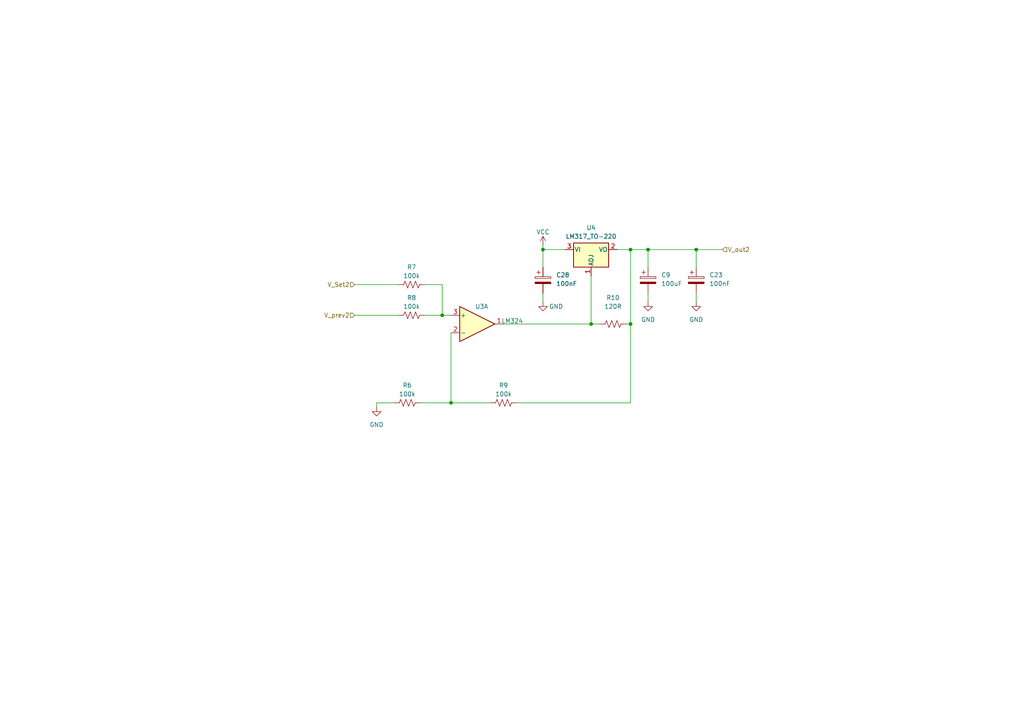
<source format=kicad_sch>
(kicad_sch (version 20231120) (generator "eeschema") (generator_version "8.0")
  (paper "A4")
  (title_block (company "Purdue ECET"))
  (lib_symbols
    (symbol "Amplifier_Operational:LM324" (pin_names (offset 0.127))
      (property "Reference" "U" (at 0 5.08 0))
      (property "Value" "LM324" (at 0 -5.08 0))
      (symbol "LM324_1_1"
        (polyline (pts (xy -5.08 5.08) (xy 5.08 0) (xy -5.08 -5.08) (xy -5.08 5.08)) (stroke (width 0.254)) (fill (type background)))
        (pin output line (at 7.62 0 180) (length 2.54) (name "~") (number "1"))
        (pin input line (at -7.62 -2.54 0) (length 2.54) (name "-") (number "2"))
        (pin input line (at -7.62 2.54 0) (length 2.54) (name "+") (number "3"))
      )
      (symbol "LM324_2_1"
        (polyline (pts (xy -5.08 5.08) (xy 5.08 0) (xy -5.08 -5.08) (xy -5.08 5.08)) (stroke (width 0.254)) (fill (type background)))
        (pin input line (at -7.62 2.54 0) (length 2.54) (name "+") (number "5"))
        (pin input line (at -7.62 -2.54 0) (length 2.54) (name "-") (number "6"))
        (pin output line (at 7.62 0 180) (length 2.54) (name "~") (number "7"))
      )
      (symbol "LM324_3_1"
        (polyline (pts (xy -5.08 5.08) (xy 5.08 0) (xy -5.08 -5.08) (xy -5.08 5.08)) (stroke (width 0.254)) (fill (type background)))
        (pin input line (at -7.62 2.54 0) (length 2.54) (name "+") (number "10"))
        (pin output line (at 7.62 0 180) (length 2.54) (name "~") (number "8"))
        (pin input line (at -7.62 -2.54 0) (length 2.54) (name "-") (number "9"))
      )
      (symbol "LM324_4_1"
        (polyline (pts (xy -5.08 5.08) (xy 5.08 0) (xy -5.08 -5.08) (xy -5.08 5.08)) (stroke (width 0.254)) (fill (type background)))
        (pin input line (at -7.62 2.54 0) (length 2.54) (name "+") (number "12"))
        (pin input line (at -7.62 -2.54 0) (length 2.54) (name "-") (number "13"))
        (pin output line (at 7.62 0 180) (length 2.54) (name "~") (number "14"))
      )
      (symbol "LM324_5_1"
        (pin power_in line (at -2.54 -7.62 90) (length 3.81) (name "V-") (number "11"))
        (pin power_in line (at -2.54 7.62 270) (length 3.81) (name "V+") (number "4"))
      )
    )
    (symbol "Device:C_Polarized" (pin_numbers hide) (pin_names (offset 0.254))
      (property "Reference" "C" (at 0.635 2.54 0))
      (property "Value" "C_Polarized" (at 0.635 -2.54 0))
      (symbol "C_Polarized_0_1"
        (rectangle (start -2.286 0.508) (end 2.286 1.016))
        (polyline (pts (xy -1.778 2.286) (xy -0.762 2.286)))
        (polyline (pts (xy -1.27 2.794) (xy -1.27 1.778)))
        (rectangle (start 2.286 -0.508) (end -2.286 -1.016) (fill (type outline)))
      )
      (symbol "C_Polarized_1_1"
        (pin passive line (at 0 3.81 270) (length 2.794) (name "~") (number "1"))
        (pin passive line (at 0 -3.81 90) (length 2.794) (name "~") (number "2"))
      )
    )
    (symbol "Device:R_US" (pin_numbers hide) (pin_names (offset 0))
      (property "Reference" "R" (at 2.54 0 90))
      (property "Value" "R_US" (at -2.54 0 90))
      (symbol "R_US_0_1"
        (polyline (pts (xy 0 -2.286) (xy 0 -2.54)))
        (polyline (pts (xy 0 2.286) (xy 0 2.54)))
        (polyline (pts (xy 0 -0.762) (xy 1.016 -1.143) (xy 0 -1.524) (xy -1.016 -1.905) (xy 0 -2.286)))
        (polyline (pts (xy 0 0.762) (xy 1.016 0.381) (xy 0 0) (xy -1.016 -0.381) (xy 0 -0.762)))
        (polyline (pts (xy 0 2.286) (xy 1.016 1.905) (xy 0 1.524) (xy -1.016 1.143) (xy 0 0.762)))
      )
      (symbol "R_US_1_1"
        (pin passive line (at 0 3.81 270) (length 1.27) (name "~") (number "1"))
        (pin passive line (at 0 -3.81 90) (length 1.27) (name "~") (number "2"))
      )
    )
    (symbol "Regulator_Linear:LM317_TO-220" (pin_names (offset 0.254))
      (property "Reference" "U" (at -3.81 3.175 0))
      (property "Value" "LM317_TO-220" (at 0 3.175 0))
      (symbol "LM317_TO-220_0_1"
        (rectangle (start -5.08 1.905) (end 5.08 -5.08) (stroke (width 0.254)) (fill (type background)))
      )
      (symbol "LM317_TO-220_1_1"
        (pin input line (at 0 -7.62 90) (length 2.54) (name "ADJ") (number "1"))
        (pin power_out line (at 7.62 0 180) (length 2.54) (name "VO") (number "2"))
        (pin power_in line (at -7.62 0 0) (length 2.54) (name "VI") (number "3"))
      )
    )
    (symbol "power:GND" (power) (pin_names (offset 0))
      (property "Value" "GND" (at 0 -3.81 0))
      (symbol "GND_0_1"
        (polyline (pts (xy 0 0) (xy 0 -1.27) (xy 1.27 -1.27) (xy 0 -2.54) (xy -1.27 -1.27) (xy 0 -1.27)))
      )
      (symbol "GND_1_1"
        (pin power_in line (at 0 0 270) (length 0) hide (name "GND") (number "1"))
      )
    )
    (symbol "power:VCC" (power) (pin_names (offset 0))
      (property "Value" "VCC" (at 0 3.81 0))
      (symbol "VCC_0_1"
        (polyline (pts (xy -0.762 1.27) (xy 0 2.54)))
        (polyline (pts (xy 0 0) (xy 0 2.54)))
        (polyline (pts (xy 0 2.54) (xy 0.762 1.27)))
      )
      (symbol "VCC_1_1"
        (pin power_in line (at 0 0 90) (length 0) hide (name "VCC") (number "1"))
      )
    )
  )
  (junction (at 130.81 116.84))
  (junction (at 182.88 72.39))
  (junction (at 128.27 91.44))
  (junction (at 182.88 93.98))
  (junction (at 187.96 72.39))
  (junction (at 201.93 72.39))
  (junction (at 157.48 72.39))
  (junction (at 171.45 93.98))
  (wire (pts (xy 109.22 116.84) (xy 109.22 118.11)))
  (wire (pts (xy 128.27 91.44) (xy 130.81 91.44)))
  (wire (pts (xy 123.19 82.55) (xy 128.27 82.55)))
  (wire (pts (xy 130.81 116.84) (xy 142.24 116.84)))
  (wire (pts (xy 201.93 85.09) (xy 201.93 87.63)))
  (wire (pts (xy 171.45 80.01) (xy 171.45 93.98)))
  (wire (pts (xy 163.83 72.39) (xy 157.48 72.39)))
  (wire (pts (xy 128.27 82.55) (xy 128.27 91.44)))
  (wire (pts (xy 146.05 93.98) (xy 171.45 93.98)))
  (wire (pts (xy 121.92 116.84) (xy 130.81 116.84)))
  (wire (pts (xy 187.96 72.39) (xy 201.93 72.39)))
  (wire (pts (xy 182.88 116.84) (xy 182.88 93.98)))
  (wire (pts (xy 201.93 72.39) (xy 201.93 77.47)))
  (wire (pts (xy 149.86 116.84) (xy 182.88 116.84)))
  (wire (pts (xy 182.88 72.39) (xy 182.88 93.98)))
  (wire (pts (xy 157.48 72.39) (xy 157.48 77.47)))
  (wire (pts (xy 102.87 82.55) (xy 115.57 82.55)))
  (wire (pts (xy 123.19 91.44) (xy 128.27 91.44)))
  (wire (pts (xy 182.88 72.39) (xy 187.96 72.39)))
  (wire (pts (xy 173.99 93.98) (xy 171.45 93.98)))
  (wire (pts (xy 157.48 85.09) (xy 157.48 87.63)))
  (wire (pts (xy 181.61 93.98) (xy 182.88 93.98)))
  (wire (pts (xy 157.48 72.39) (xy 157.48 71.12)))
  (wire (pts (xy 187.96 77.47) (xy 187.96 72.39)))
  (wire (pts (xy 179.07 72.39) (xy 182.88 72.39)))
  (wire (pts (xy 130.81 96.52) (xy 130.81 116.84)))
  (wire (pts (xy 201.93 72.39) (xy 209.55 72.39)))
  (wire (pts (xy 114.3 116.84) (xy 109.22 116.84)))
  (wire (pts (xy 187.96 85.09) (xy 187.96 87.63)))
  (wire (pts (xy 102.87 91.44) (xy 115.57 91.44)))
  (hierarchical_label "V_Set2" (shape input) (at 102.87 82.55 180))
  (hierarchical_label "V_prev2" (shape input) (at 102.87 91.44 180))
  (hierarchical_label "V_out2" (shape input) (at 209.55 72.39 0))
  (symbol (lib_id "Regulator_Linear:LM317_TO-220") (at 171.45 72.39 0) (unit 1)
    (property "Reference" "U4" (at 171.45 66.04 0))
    (property "Value" "LM317_TO-220" (at 171.45 68.58 0))
    (property "Footprint" "Package_TO_SOT_THT:TO-220-3_Vertical" (effects (hide yes)))
    (property "Datasheet" "http://www.ti.com/lit/ds/symlink/lm317.pdf" (effects (hide yes)))
  )
  (symbol (lib_id "power:GND") (at 201.93 87.63 0) (unit 1)
    (property "Reference" "#PWR050" (effects (hide yes)))
    (property "Value" "GND" (at 201.93 92.71 0))
  )
  (symbol (lib_id "Device:R_US") (at 119.38 82.55 90) (unit 1)
    (property "Reference" "R7" (at 119.38 77.47 90))
    (property "Value" "100k" (at 119.38 80.01 90))
    (property "Footprint" "Resistor_THT:R_Axial_DIN0207_L6.3mm_D2.5mm_P10.16mm_Horizontal" (effects (hide yes)))
  )
  (symbol (lib_id "power:VCC") (at 157.48 71.12 0) (unit 1)
    (property "Reference" "#PWR010" (effects (hide yes)))
    (property "Value" "VCC" (at 157.48 67.31 0))
  )
  (symbol (lib_id "Device:C_Polarized") (at 201.93 81.28 0) (unit 1)
    (property "Reference" "C23" (at 205.74 79.756 0) (effects (justify left)))
    (property "Value" "100nF" (at 205.74 82.296 0) (effects (justify left)))
    (property "Footprint" "Capacitor_THT:C_Disc_D3.4mm_W2.1mm_P2.50mm" (effects (hide yes)))
  )
  (symbol (lib_id "Device:C_Polarized") (at 157.48 81.28 0) (unit 1)
    (property "Reference" "C28" (at 161.29 79.756 0) (effects (justify left)))
    (property "Value" "100nF" (at 161.29 82.296 0) (effects (justify left)))
    (property "Footprint" "Capacitor_THT:C_Disc_D3.4mm_W2.1mm_P2.50mm" (effects (hide yes)))
  )
  (symbol (lib_id "Amplifier_Operational:LM324") (at 138.43 93.98 0) (unit 1)
    (property "Reference" "U3" (at 139.7 88.9 0))
    (property "Value" "LM324" (at 148.59 93.0911 0))
    (property "Footprint" "Package_DIP:DIP-8_W7.62mm_LongPads" (effects (hide yes)))
    (property "Datasheet" "http://www.ti.com/lit/ds/symlink/lm2902-n.pdf" (effects (hide yes)))
    (property "Description" "Low-Power, Quad-Operational Amplifiers, DIP-14/SOIC-14/SSOP-14" (effects (hide yes)))
  )
  (symbol (lib_id "power:GND") (at 187.96 87.63 0) (unit 1)
    (property "Reference" "#PWR027" (effects (hide yes)))
    (property "Value" "GND" (at 187.96 92.71 0))
  )
  (symbol (lib_id "power:GND") (at 109.22 118.11 0) (unit 1)
    (property "Reference" "#PWR05" (effects (hide yes)))
    (property "Value" "GND" (at 109.22 123.19 0))
  )
  (symbol (lib_id "Device:R_US") (at 177.8 93.98 270) (unit 1)
    (property "Reference" "R10" (at 177.8 86.36 90))
    (property "Value" "120R" (at 177.8 88.9 90))
    (property "Footprint" "Resistor_THT:R_Axial_DIN0207_L6.3mm_D2.5mm_P10.16mm_Horizontal" (effects (hide yes)))
  )
  (symbol (lib_id "Device:R_US") (at 119.38 91.44 90) (unit 1)
    (property "Reference" "R8" (at 119.38 86.36 90))
    (property "Value" "100k" (at 119.38 88.9 90))
    (property "Footprint" "Resistor_THT:R_Axial_DIN0207_L6.3mm_D2.5mm_P10.16mm_Horizontal" (effects (hide yes)))
  )
  (symbol (lib_id "Device:R_US") (at 118.11 116.84 90) (unit 1)
    (property "Reference" "R6" (at 118.11 111.76 90))
    (property "Value" "100k" (at 118.11 114.3 90))
    (property "Footprint" "Resistor_THT:R_Axial_DIN0207_L6.3mm_D2.5mm_P10.16mm_Horizontal" (effects (hide yes)))
  )
  (symbol (lib_id "power:GND") (at 157.48 87.63 0) (unit 1)
    (property "Reference" "#PWR055" (effects (hide yes)))
    (property "Value" "GND" (at 161.29 88.9 0))
  )
  (symbol (lib_id "Device:C_Polarized") (at 187.96 81.28 0) (unit 1)
    (property "Reference" "C9" (at 191.77 79.756 0) (effects (justify left)))
    (property "Value" "100uF" (at 191.77 82.296 0) (effects (justify left)))
    (property "Footprint" "Capacitor_THT:CP_Radial_D7.5mm_P2.50mm" (effects (hide yes)))
  )
  (symbol (lib_id "Device:R_US") (at 146.05 116.84 90) (unit 1)
    (property "Reference" "R9" (at 146.05 111.76 90))
    (property "Value" "100k" (at 146.05 114.3 90))
    (property "Footprint" "Resistor_THT:R_Axial_DIN0207_L6.3mm_D2.5mm_P10.16mm_Horizontal" (effects (hide yes)))
  )
)
</source>
